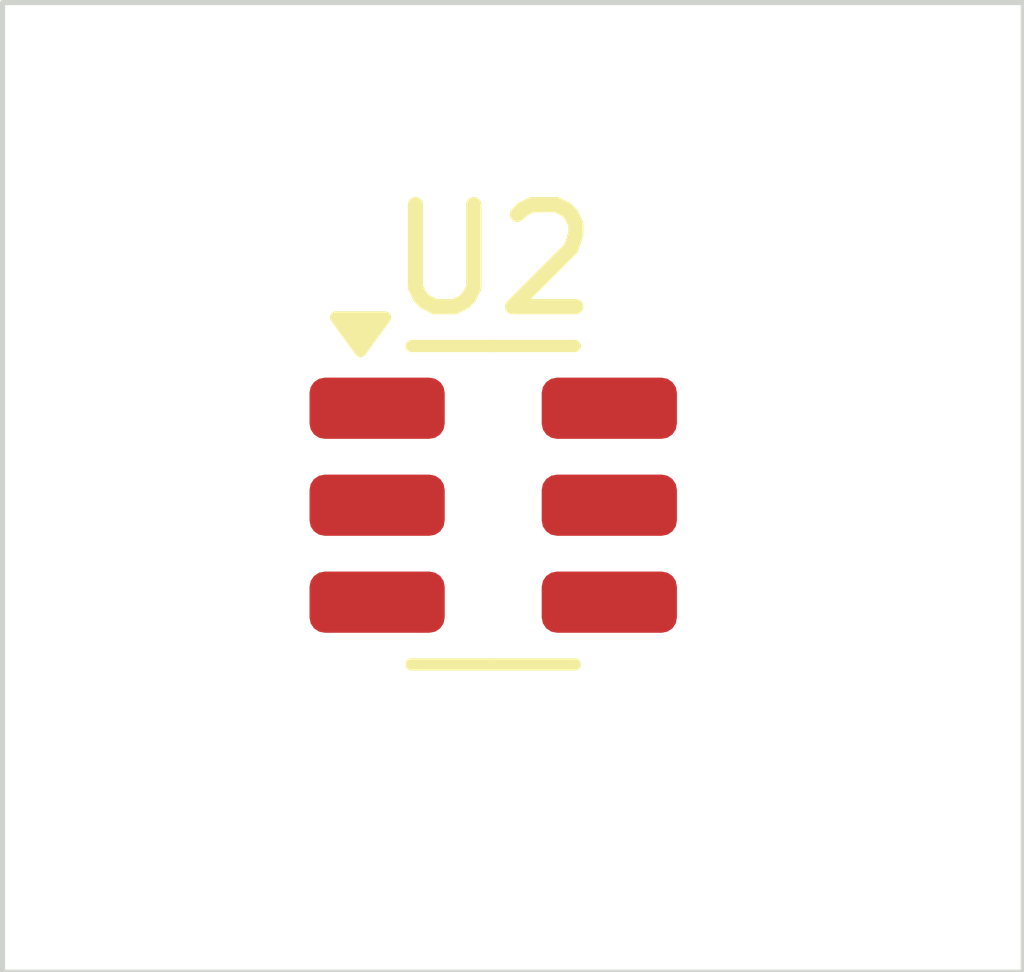
<source format=kicad_pcb>
(kicad_pcb (version 20240108) (generator "pcbnew") (generator_version "8.0")
  (layers (0 "F.Cu" signal) (31 "B.Cu" signal) (34 "B.Paste" user) (35 "F.Paste" user) (36 "B.SilkS" user "B.Silkscreen") (37 "F.SilkS" user "F.Silkscreen") (38 "B.Mask" user) (39 "F.Mask" user) (44 "Edge.Cuts" user))
  (net 0 "")
  (footprint "Package_TO_SOT_SMD:SOT-23-6" (layer "F.Cu") (at 37.8075 34.425)
    (property "Reference" "U2" (at 0 -2.4 0) (layer "F.SilkS"))
    (property "Value" "OPA355NA")
    (fp_line (start 0 -1.56) (end -0.8 -1.56) (stroke (width 0.12)) (layer "F.SilkS"))
    (fp_line (start 0 -1.56) (end 0.8 -1.56) (stroke (width 0.12)) (layer "F.SilkS"))
    (fp_line (start 0 1.56) (end -0.8 1.56) (stroke (width 0.12)) (layer "F.SilkS"))
    (fp_line (start 0 1.56) (end 0.8 1.56) (stroke (width 0.12)) (layer "F.SilkS"))
    (fp_poly (pts (xy -1.3 -1.51) (xy -1.54 -1.84) (xy -1.06 -1.84) (xy -1.3 -1.51)) (stroke (width 0.12)) (fill solid) (layer "F.SilkS"))
    (pad "1" smd roundrect (at -1.1375 -0.95) (size 1.325 0.6) (layers "F.Cu" "F.Paste" "F.Mask"))
    (pad "2" smd roundrect (at -1.1375 0) (size 1.325 0.6) (layers "F.Cu" "F.Paste" "F.Mask"))
    (pad "3" smd roundrect (at -1.1375 0.95) (size 1.325 0.6) (layers "F.Cu" "F.Paste" "F.Mask"))
    (pad "4" smd roundrect (at 1.1375 0.95) (size 1.325 0.6) (layers "F.Cu" "F.Paste" "F.Mask"))
    (pad "5" smd roundrect (at 1.1375 0) (size 1.325 0.6) (layers "F.Cu" "F.Paste" "F.Mask"))
    (pad "6" smd roundrect (at 1.1375 -0.95) (size 1.325 0.6) (layers "F.Cu" "F.Paste" "F.Mask"))
  )
  (gr_rect (start 33 29.5) (end 43 39) (stroke (width 0.05)) (fill none) (layer "Edge.Cuts"))
)
</source>
